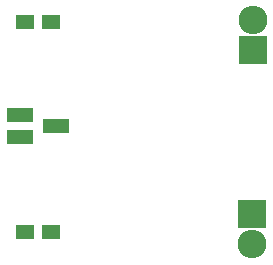
<source format=gts>
G04 #@! TF.FileFunction,Soldermask,Top*
%FSLAX46Y46*%
G04 Gerber Fmt 4.6, Leading zero omitted, Abs format (unit mm)*
G04 Created by KiCad (PCBNEW 4.0.4-1.fc24-product) date Thu Mar  1 10:42:45 2018*
%MOMM*%
%LPD*%
G01*
G04 APERTURE LIST*
%ADD10C,0.100000*%
%ADD11R,2.432000X2.432000*%
%ADD12O,2.432000X2.432000*%
%ADD13R,2.300000X1.200000*%
%ADD14R,1.600000X1.300000*%
G04 APERTURE END LIST*
D10*
D11*
X202800000Y-75500000D03*
D12*
X202800000Y-72960000D03*
D11*
X202700000Y-89400000D03*
D12*
X202700000Y-91940000D03*
D13*
X183100000Y-80950000D03*
X183100000Y-82850000D03*
X186100000Y-81900000D03*
D14*
X185700000Y-73100000D03*
X183500000Y-73100000D03*
X183500000Y-90900000D03*
X185700000Y-90900000D03*
M02*

</source>
